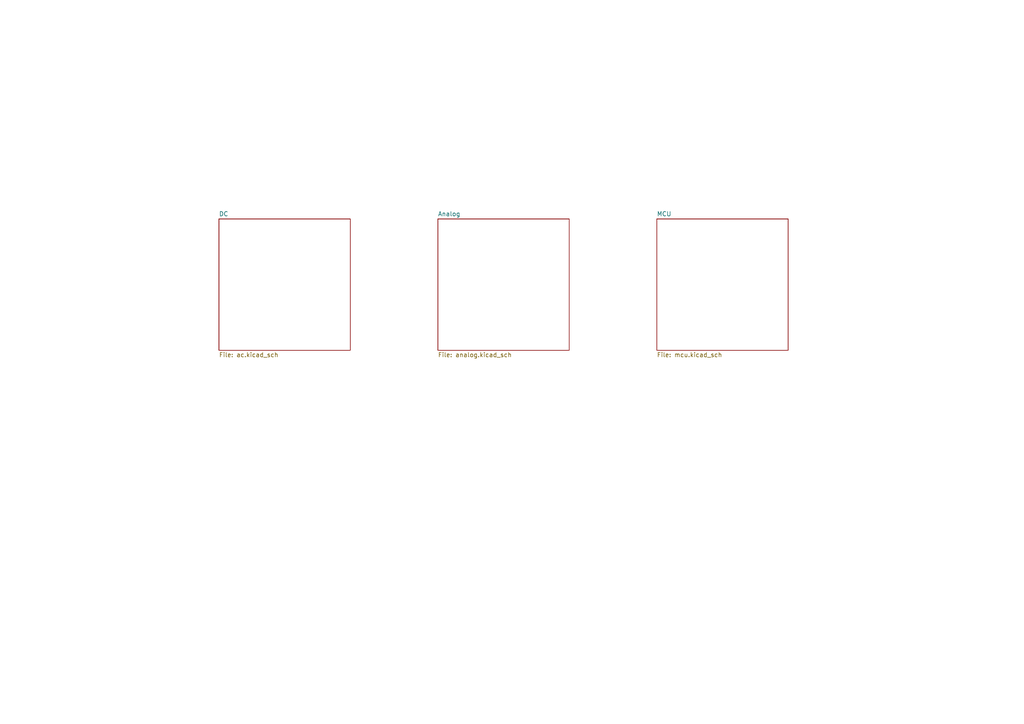
<source format=kicad_sch>
(kicad_sch
	(version 20250114)
	(generator "eeschema")
	(generator_version "9.0")
	(uuid "80cf4e51-889a-47de-821d-fc008fee55dc")
	(paper "A4")
	(title_block
		(title "OpenSolder Station Schematic")
		(date "2023-01-23")
		(rev "1.1")
		(comment 1 "Licence: GPL-3.0")
		(comment 2 "Designer: Håvard Jakobsen")
		(comment 4 "OpenSolder - JBC T245 compatible soldering station")
	)
	(lib_symbols)
	(sheet
		(at 63.5 63.5)
		(size 38.1 38.1)
		(exclude_from_sim no)
		(in_bom yes)
		(on_board yes)
		(dnp no)
		(fields_autoplaced yes)
		(stroke
			(width 0.1524)
			(type solid)
		)
		(fill
			(color 0 0 0 0.0000)
		)
		(uuid "422da671-0b26-471a-8e39-6e8a6ba58ded")
		(property "Sheetname" "DC"
			(at 63.5 62.7884 0)
			(effects
				(font
					(size 1.27 1.27)
				)
				(justify left bottom)
			)
		)
		(property "Sheetfile" "ac.kicad_sch"
			(at 63.5 102.1846 0)
			(effects
				(font
					(size 1.27 1.27)
				)
				(justify left top)
			)
		)
		(instances
			(project "opensolder"
				(path "/80cf4e51-889a-47de-821d-fc008fee55dc"
					(page "2")
				)
			)
		)
	)
	(sheet
		(at 190.5 63.5)
		(size 38.1 38.1)
		(exclude_from_sim no)
		(in_bom yes)
		(on_board yes)
		(dnp no)
		(fields_autoplaced yes)
		(stroke
			(width 0.1524)
			(type solid)
		)
		(fill
			(color 0 0 0 0.0000)
		)
		(uuid "8c6f46b5-ceff-4f66-aa17-22f306fa5962")
		(property "Sheetname" "MCU"
			(at 190.5 62.7884 0)
			(effects
				(font
					(size 1.27 1.27)
				)
				(justify left bottom)
			)
		)
		(property "Sheetfile" "mcu.kicad_sch"
			(at 190.5 102.1846 0)
			(effects
				(font
					(size 1.27 1.27)
				)
				(justify left top)
			)
		)
		(instances
			(project "opensolder"
				(path "/80cf4e51-889a-47de-821d-fc008fee55dc"
					(page "4")
				)
			)
		)
	)
	(sheet
		(at 127 63.5)
		(size 38.1 38.1)
		(exclude_from_sim no)
		(in_bom yes)
		(on_board yes)
		(dnp no)
		(fields_autoplaced yes)
		(stroke
			(width 0.1524)
			(type solid)
		)
		(fill
			(color 0 0 0 0.0000)
		)
		(uuid "fb7f36e0-d019-486a-89d2-77cde1024cf0")
		(property "Sheetname" "Analog"
			(at 127 62.7884 0)
			(effects
				(font
					(size 1.27 1.27)
				)
				(justify left bottom)
			)
		)
		(property "Sheetfile" "analog.kicad_sch"
			(at 127 102.1846 0)
			(effects
				(font
					(size 1.27 1.27)
				)
				(justify left top)
			)
		)
		(instances
			(project "opensolder"
				(path "/80cf4e51-889a-47de-821d-fc008fee55dc"
					(page "3")
				)
			)
		)
	)
	(sheet_instances
		(path "/"
			(page "1")
		)
	)
	(embedded_fonts no)
)

</source>
